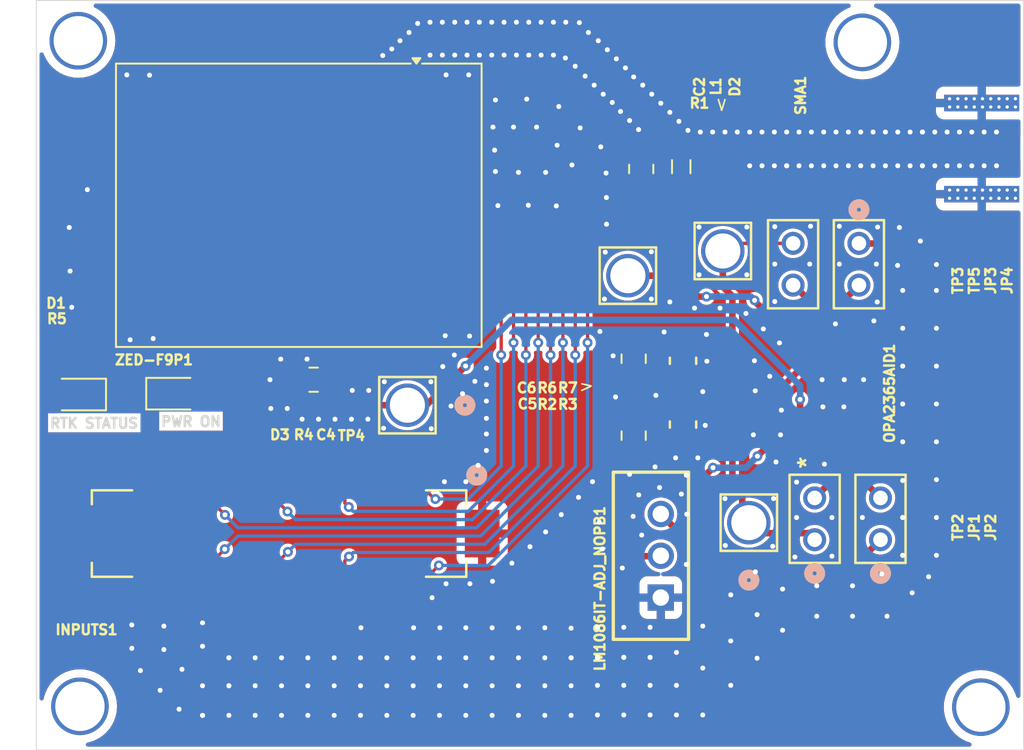
<source format=kicad_pcb>
(kicad_pcb (version 20240108) (generator "pcbnew") (generator_version "8.0")
  (layers (0 "F.Cu" signal) (31 "B.Cu" signal) (34 "B.Paste" user) (35 "F.Paste" user) (36 "B.SilkS" user "B.Silkscreen") (37 "F.SilkS" user "F.Silkscreen") (38 "B.Mask" user) (39 "F.Mask" user) (44 "Edge.Cuts" user))
  (net 0 "")
  (net 1 "/3v3_puce")
  (net 2 "GND")
  (net 3 "Net-(C2-Pad1)")
  (net 4 "/RF_IN")
  (net 5 "Net-(D1-A)")
  (net 6 "/I{slash}O ")
  (net 7 "/UART_RX")
  (net 8 "/I{slash}O_CLK_SELECT")
  (net 9 "/O_TX_STATE")
  (net 10 "/UART_TX")
  (net 11 "/I_D_Sel")
  (net 12 "/I_RESET")
  (net 13 "/TIMER")
  (net 14 "/12V")
  (net 15 "/3V3-jumper")
  (net 16 "/5V-jumper")
  (net 17 "/5v_antenne")
  (net 18 "/3V3-IN")
  (net 19 "/5V-IN")
  (net 20 "/jumper_3V_out")
  (net 21 "/jumper_5V_out")
  (net 22 "/pt div")
  (net 23 "Net-(D3-A)")
  (net 24 "Net-(ZED-F9P1-RTK_STAT)")
  (footprint "TestPoint:CONN1_5011_KEY" (layer "F.Cu") (at 42.55 43.05 180)
    (property "Reference" "TP4")
    (property "Value" "TestPoint")
  )
  (footprint "Connector:CON_1x02" (layer "F.Cu") (at 67.3 51.225 -90)
    (property "Reference" "JP1")
    (property "Value" "Jumper_2_Open")
  )
  (footprint "Inductor_SMD:L_0805_2012Metric" (layer "F.Cu") (at 59.19135 28.554 -90)
    (property "Reference" "L1")
    (property "Value" "0.01 µH")
  )
  (footprint "Capacitor_SMD:C_0805_2012Metric" (layer "F.Cu") (at 56.75925 28.693599 90)
    (property "Reference" "C2")
    (property "Value" "100nf")
  )
  (footprint "Connector:CON18_2X9_U_DF11_HIR" (layer "F.Cu") (at 34.750001 50.85 180)
    (property "Reference" "INPUTS1")
    (property "Value" "DF11-18DS-2DSA06")
  )
  (footprint "00_OPA2365:D8" (layer "F.Cu") (at 68.435 42.3407 90)
    (property "Reference" "OPA2365AID1")
    (property "Value" "~")
  )
  (footprint "Capacitor_SMD:C_0805_2012Metric" (layer "F.Cu") (at 56.3 40.225 -90)
    (property "Reference" "C6")
    (property "Value" "100nF")
  )
  (footprint "Connector:TAOGLAS_EMPCB.SMAFSTJ.B.HT" (layer "F.Cu") (at 77.45 27.455 -90)
    (property "Reference" "SMA1")
    (property "Value" "EMPCB.SMAFSTJ.B.HT")
  )
  (footprint "res_SMD_10kohm:YAG_R0805_YAG" (layer "F.Cu") (at 59.3 40.350299 90)
    (property "Reference" "R6")
    (property "Value" "10k")
  )
  (footprint "VIA:NPTH_test" (layer "F.Cu") (at 77.4 61.4)
    (property "Reference" "REF" (hide yes))
    (property "Value" "NPTH_test" (hide yes))
  )
  (footprint "Connector:CON_1x02" (layer "F.Cu") (at 69.98885 33.213849 90)
    (property "Reference" "JP4")
    (property "Value" "Jumper_2_Open")
  )
  (footprint "Diode_SMD:D_SOD-323" (layer "F.Cu") (at 61.48885 28.6165 -90)
    (property "Reference" "D2")
    (property "Value" "3.6")
  )
  (footprint "res_SMD_5.6kohm:RC0805N_YAG" (layer "F.Cu") (at 62.15 40.4231 -90)
    (property "Reference" "R7")
    (property "Value" "5.6k")
  )
  (footprint "TestPoint:CONN1_5011_KEY" (layer "F.Cu") (at 61.71885 33.67765 -90)
    (property "Reference" "TP5")
    (property "Value" "TestPoint")
  )
  (footprint "res_SMD_330ohm:RC0805N_YAG" (layer "F.Cu") (at 22.4519 39.75 180)
    (property "Reference" "R5")
    (property "Value" "330")
  )
  (footprint "VIA:NPTH_test" (layer "F.Cu") (at 22.55 20.9)
    (property "Reference" "REF" (hide yes))
    (property "Value" "NPTH_test" (hide yes))
  )
  (footprint "VIA:NPTH_test" (layer "F.Cu") (at 22.65 61.35)
    (property "Reference" "REF" (hide yes))
    (property "Value" "NPTH_test" (hide yes))
  )
  (footprint "Capacitor_SMD:C_0805_2012Metric" (layer "F.Cu") (at 56.3 44.9 90)
    (property "Reference" "C5")
    (property "Value" "100nF")
  )
  (footprint "TestPoint:CONN1_5011_KEY" (layer "F.Cu") (at 63.3 50.1888 90)
    (property "Reference" "TP2")
    (property "Value" "TestPoint")
  )
  (footprint "Connector:CON_1x02" (layer "F.Cu") (at 71.3 51.225 -90)
    (property "Reference" "JP2")
    (property "Value" "Jumper_2_Open")
  )
  (footprint "LED_SMD:LED_0805_2012Metric" (layer "F.Cu") (at 28.3625 42.35)
    (property "Reference" "D3")
    (property "Value" "LED_rouge")
  )
  (footprint "Connector:CON_1x02" (layer "F.Cu") (at 65.98885 33.213849 90)
    (property "Reference" "JP3")
    (property "Value" "Jumper_2_Open")
  )
  (footprint "res_SMD_330ohm:RC0805N_YAG" (layer "F.Cu") (at 32.0519 42.35)
    (property "Reference" "R4")
    (property "Value" "330")
  )
  (footprint "TestPoint:CONN1_5011_KEY" (layer "F.Cu") (at 55.95 35.17765 -90)
    (property "Reference" "TP3")
    (property "Value" "TestPoint")
  )
  (footprint "LM1086:NDE0003B" (layer "F.Cu") (at 57.95 52.2 90)
    (property "Reference" "LM1086IT-ADJ_NOPB1")
    (property "Value" "~")
  )
  (footprint "Capacitor_SMD:C_0805_2012Metric" (layer "F.Cu") (at 36.85 41.5)
    (property "Reference" "C4")
    (property "Value" "10µF")
  )
  (footprint "res_SMD_4.3kohm:RC0805N_YAG" (layer "F.Cu") (at 62.15 44.2231 90)
    (property "Reference" "R3")
    (property "Value" "3.9k")
  )
  (footprint "res_SMD_330ohm:RC0805N_YAG" (layer "F.Cu") (at 57.59325 31.804)
    (property "Reference" "R1")
    (property "Value" "10 Ohm")
  )
  (footprint "LED_SMD:LED_0805_2012Metric" (layer "F.Cu") (at 22.55 42.4 180)
    (property "Reference" "D1")
    (property "Value" "LED_rouge")
  )
  (footprint "RF_GPS:ublox_ZED" (layer "F.Cu") (at 35.95 30.9 -90)
    (property "Reference" "ZED-F9P1")
    (property "Value" "ZED-F9P")
  )
  (footprint "VIA:NPTH_test" (layer "F.Cu") (at 70.2 21)
    (property "Reference" "REF" (hide yes))
    (property "Value" "NPTH_test" (hide yes))
  )
  (footprint "res_SMD_10kohm:YAG_R0805_YAG" (layer "F.Cu") (at 59.3 44.225 -90)
    (property "Reference" "R2")
    (property "Value" "10k")
  )
  (gr_line (start 61.85 24.475) (end 61.65 25.125) (stroke (width 0.1)) (layer "F.SilkS"))
  (gr_line (start 61.65 25.125) (end 61.45 24.475) (stroke (width 0.1)) (layer "F.SilkS"))
  (gr_line (start 53.15 41.75) (end 53.7 41.875) (stroke (width 0.1)) (layer "F.SilkS"))
  (gr_line (start 53.7 41.9) (end 53.15 42.15) (stroke (width 0.1)) (layer "F.SilkS"))
  (gr_rect (start 20 18.45) (end 80 64) (stroke (width 0.05)) (fill none) (layer "Edge.Cuts"))
  (gr_text "RTK STATUS" (at 20.75 44.5 0) (layer "Edge.Cuts") (effects (font (size 0.6 0.6)) (justify left bottom)))
  (gr_text "PWR ON" (at 27.5 44.4 0) (layer "Edge.Cuts") (effects (font (size 0.6 0.6)) (justify left bottom)))
  (segment (start 35.6 38.6) (end 35.4 38.4) (width 0.4) (layer "F.Cu") (net 1))
  (segment (start 66.53 44.8045) (end 67.8 44.8045) (width 0.4) (layer "F.Cu") (net 1))
  (segment (start 42.55 43.05) (end 37.8 43.05) (width 0.4) (layer "F.Cu") (net 1))
  (segment (start 37.8 43.05) (end 36.25 43.05) (width 0.4) (layer "F.Cu") (net 1))
  (segment (start 35.4 38.4) (end 34.3 38.4) (width 0.4) (layer "F.Cu") (net 1))
  (segment (start 36.25 43.05) (end 35.55 42.35) (width 0.4) (layer "F.Cu") (net 1))
  (segment (start 35.55 42.35) (end 32.9 42.35) (width 0.4) (layer "F.Cu") (net 1))
  (segment (start 35.6 42.4) (end 35.6 38.6) (width 0.4) (layer "F.Cu") (net 1))
  (segment (start 36.25 43.05) (end 35.6 42.4) (width 0.4) (layer "F.Cu") (net 1))
  (segment (start 46.085 40.665) (end 43.7 43.05) (width 0.4) (layer "F.Cu") (net 1))
  (segment (start 43.7 43.05) (end 42.55 43.05) (width 0.4) (layer "F.Cu") (net 1))
  (segment (start 66.415 44.6895) (end 66.53 44.8045) (width 0.4) (layer "F.Cu") (net 1))
  (segment (start 66.415 42.7) (end 66.415 44.6895) (width 0.4) (layer "F.Cu") (net 1))
  (via (at 46.085 40.665) (size 0.6) (drill 0.3) (layers "F.Cu" "B.Cu") (net 1))
  (via (at 66.415 42.7) (size 0.6) (drill 0.3) (layers "F.Cu" "B.Cu") (net 1))
  (segment (start 66.415 41.865) (end 66.415 42.7) (width 0.4) (layer "B.Cu") (net 1))
  (segment (start 62.4165 37.8665) (end 66.415 41.865) (width 0.4) (layer "B.Cu") (net 1))
  (segment (start 48.8835 37.8665) (end 62.4165 37.8665) (width 0.4) (layer "B.Cu") (net 1))
  (segment (start 46.085 40.665) (end 48.8835 37.8665) (width 0.4) (layer "B.Cu") (net 1))
  (segment (start 30.7 23.100001) (end 30.7 23.4) (width 0.2) (layer "F.Cu") (net 2))
  (segment (start 39.75 38.65) (end 39.5 38.4) (width 0.2) (layer "F.Cu") (net 2))
  (via (at 59.5 47.3) (size 0.6) (drill 0.3) (layers "F.Cu" "B.Cu") (net 2))
  (via (at 74.7 40.675) (size 0.6) (drill 0.3) (layers "F.Cu" "B.Cu") (net 2))
  (via (at 39.725 56.575) (size 0.6) (drill 0.3) (layers "F.Cu" "B.Cu") (net 2))
  (via (at 49.3 61.9) (size 0.6) (drill 0.3) (layers "F.Cu" "B.Cu") (net 2))
  (via (at 77.6 28.5) (size 0.6) (drill 0.3) (layers "F.Cu" "B.Cu") (net 2))
  (via (at 60.5 42.225) (size 0.6) (drill 0.3) (layers "F.Cu" "B.Cu") (net 2))
  (via (at 72.35 26.45) (size 0.6) (drill 0.3) (layers "F.Cu" "B.Cu") (net 2))
  (via (at 50.9 56.575) (size 0.6) (drill 0.3) (layers "F.Cu" "B.Cu") (net 2))
  (via (at 52.5 60.1) (size 0.6) (drill 0.3) (layers "F.Cu" "B.Cu") (net 2))
  (via (at 44.8 47.7) (size 0.6) (drill 0.3) (layers "F.Cu" "B.Cu") (net 2))
  (via (at 57.3 58.375) (size 0.6) (drill 0.3) (layers "F.Cu" "B.Cu") (net 2))
  (via (at 60 37.15) (size 0.6) (drill 0.3) (layers "F.Cu" "B.Cu") (net 2))
  (via (at 42.925 56.575) (size 0.6) (drill 0.3) (layers "F.Cu" "B.Cu") (net 2))
  (via (at 53.9 23.6) (size 0.6) (drill 0.3) (layers "F.Cu" "B.Cu") (net 2))
  (via (at 79 29.975) (size 0.4) (drill 0.2) (layers "F.Cu" "B.Cu") (net 2))
  (via (at 45.9 42.35) (size 0.6) (drill 0.3) (layers "F.Cu" "B.Cu") (net 2))
  (via (at 31.7 60.1) (size 0.6) (drill 0.3) (layers "F.Cu" "B.Cu") (net 2))
  (via (at 42.1 20.9) (size 0.6) (drill 0.3) (layers "F.Cu" "B.Cu") (net 2))
  (via (at 54.4 51.785) (size 0.6) (drill 0.3) (layers "F.Cu" "B.Cu") (net 2))
  (via (at 54.1 58.375) (size 0.6) (drill 0.3) (layers "F.Cu" "B.Cu") (net 2))
  (via (at 67.892198 46.632961) (size 0.6) (drill 0.3) (layers "F.Cu" "B.Cu") (net 2))
  (via (at 41.6 21.4) (size 0.6) (drill 0.3) (layers "F.Cu" "B.Cu") (net 2))
  (via (at 60.5 59.025) (size 0.6) (drill 0.3) (layers "F.Cu" "B.Cu") (net 2))
  (via (at 54.65 32.05) (size 0.6) (drill 0.3) (layers "F.Cu" "B.Cu") (net 2))
  (via (at 42.9 60.1) (size 0.6) (drill 0.3) (layers "F.Cu" "B.Cu") (net 2))
  (via (at 66.1 52.275) (size 0.6) (drill 0.3) (layers "F.Cu" "B.Cu") (net 2))
  (via (at 55.7 58.375) (size 0.6) (drill 0.3) (layers "F.Cu" "B.Cu") (net 2))
  (via (at 68.6 26.45) (size 0.6) (drill 0.3) (layers "F.Cu" "B.Cu") (net 2))
  (via (at 49.3 60.1) (size 0.6) (drill 0.3) (layers "F.Cu" "B.Cu") (net 2))
  (via (at 23.1 29.95) (size 0.6) (drill 0.3) (layers "F.Cu" "B.Cu") (net 2))
  (via (at 44.525 56.575) (size 0.6) (drill 0.3) (layers "F.Cu" "B.Cu") (net 2))
  (via (at 43.925 21.775) (size 0.6) (drill 0.3) (layers "F.Cu" "B.Cu") (net 2))
  (via (at 41.3 58.4) (size 0.6) (drill 0.3) (layers "F.Cu" "B.Cu") (net 2))
  (via (at 72.65 45.275) (size 0.6) (drill 0.3) (layers "F.Cu" "B.Cu") (net 2))
  (via (at 57.375 36.6) (size 0.6) (drill 0.3) (layers "F.Cu" "B.Cu") (net 2))
  (via (at 30.1 57.7) (size 0.6) (drill 0.3) (layers "F.Cu" "B.Cu") (net 2))
  (via (at 77 30.475) (size 0.4) (drill 0.2) (layers "F.Cu" "B.Cu") (net 2))
  (via (at 47.35 41.8) (size 0.6) (drill 0.3) (layers "F.Cu" "B.Cu") (net 2))
  (via (at 43.925 19.775) (size 0.6) (drill 0.3) (layers "F.Cu" "B.Cu") (net 2))
  (via (at 34.9 60.1) (size 0.6) (drill 0.3) (layers "F.Cu" "B.Cu") (net 2))
  (via (at 52.5 58.4) (size 0.6) (drill 0.3) (layers "F.Cu" "B.Cu") (net 2))
  (via (at 50.4 26.15) (size 0.6) (drill 0.3) (layers "F.Cu" "B.Cu") (net 2))
  (via (at 54.1 56.55) (size 0.6) (drill 0.3) (layers "F.Cu" "B.Cu") (net 2))
  (via (at 46.925 19.775) (size 0.6) (drill 0.3) (layers "F.Cu" "B.Cu") (net 2))
  (via (at 61.55 37.15) (size 0.6) (drill 0.3) (layers "F.Cu" "B.Cu") (net 2))
  (via (at 58.85 46.25) (size 0.6) (drill 0.3) (layers "F.Cu" "B.Cu") (net 2))
  (via (at 56.05 47.25) (size 0.6) (drill 0.3) (layers "F.Cu" "B.Cu") (net 2))
  (via (at 48.425 19.775) (size 0.6) (drill 0.3) (layers "F.Cu" "B.Cu") (net 2))
  (via (at 44.675 21.775) (size 0.6) (drill 0.3) (layers "F.Cu" "B.Cu") (net 2))
  (via (at 46.925 21.775) (size 0.6) (drill 0.3) (layers "F.Cu" "B.Cu") (net 2))
  (via (at 76.1 28.5) (size 0.6) (drill 0.3) (layers "F.Cu" "B.Cu") (net 2))
  (via (at 47.721324 53.75) (size 0.6) (drill 0.3) (layers "F.Cu" "B.Cu") (net 2))
  (via (at 31.7 60.1) (size 0.6) (drill 0.3) (layers "F.Cu" "B.Cu") (net 2))
  (via (at 64.1 26.45) (size 0.6) (drill 0.3) (layers "F.Cu" "B.Cu") (net 2))
  (via (at 74.7 36.075) (size 0.6) (drill 0.3) (layers "F.Cu" "B.Cu") (net 2))
  (via (at 58.9 58.075) (size 0.6) (drill 0.3) (layers "F.Cu" "B.Cu") (net 2))
  (via (at 77 29.975) (size 0.4) (drill 0.2) (layers "F.Cu" "B.Cu") (net 2))
  (via (at 67.8 43.15) (size 0.6) (drill 0.3) (layers "F.Cu" "B.Cu") (net 2))
  (via (at 57.875 48.055) (size 0.6) (drill 0.3) (layers "F.Cu" "B.Cu") (net 2))
  (via (at 57.4 24.15) (size 0.6) (drill 0.3) (layers "F.Cu" "B.Cu") (net 2))
  (via (at 53.8 47.7) (size 0.6) (drill 0.3) (layers "F.Cu" "B.Cu") (net 2))
  (via (at 77.5 24.925) (size 0.4) (drill 0.2) (layers "F.Cu" "B.Cu") (net 2))
  (via (at 44.5 61.9) (size 0.6) (drill 0.3) (layers "F.Cu" "B.Cu") (net 2))
  (via (at 73.85 28.5) (size 0.6) (drill 0.3) (layers "F.Cu" "B.Cu") (net 2))
  (via (at 72.65 40.675) (size 0.6) (drill 0.3) (layers "F.Cu" "B.Cu") (net 2))
  (via (at 25.8 56.4) (size 0.6) (drill 0.3) (layers "F.Cu" "B.Cu") (net 2))
  (via (at 27.75 56.475) (size 0.6) (drill 0.3) (layers "F.Cu" "B.Cu") (net 2))
  (via (at 62.2 57.375) (size 0.6) (drill 0.3) (layers "F.Cu" "B.Cu") (net 2))
  (via (at 51.425 19.775) (size 0.6) (drill 0.3) (layers "F.Cu" "B.Cu") (net 2))
  (via (at 63.8 58.425) (size 0.6) (drill 0.3) (layers "F.Cu" "B.Cu") (net 2))
  (via (at 56.27 49.805) (size 0.6) (drill 0.3) (layers "F.Cu" "B.Cu") (net 2))
  (via (at 57.375 33.725) (size 0.6) (drill 0.3) (layers "F.Cu" "B.Cu") (net 2))
  (via (at 54.15 20.9) (size 0.6) (drill 0.3) (layers "F.Cu" "B.Cu") (net 2))
  (via (at 46.175 19.775) (size 0.6) (drill 0.3) (layers "F.Cu" "B.Cu") (net 2))
  (via (at 52.55 28.45) (size 0.6) (drill 0.3) (layers "F.Cu" "B.Cu") (net 2))
  (via (at 44.7 40.7) (size 0.6) (drill 0.3) (layers "F.Cu" "B.Cu") (net 2))
  (via (at 26.325 59.175) (size 0.6) (drill 0.3) (layers "F.Cu" "B.Cu") (net 2))
  (via (at 58.9 61.875) (size 0.6) (drill 0.3) (layers "F.Cu" "B.Cu") (net 2))
  (via (at 57.3 60.075) (size 0.6) (drill 0.3) (layers "F.Cu" "B.Cu") (net 2))
  (via (at 36.5 60.1) (size 0.6) (drill 0.3) (layers "F.Cu" "B.Cu") (net 2))
  (via (at 73.725 33.075) (size 0.6) (drill 0.3) (layers "F.Cu" "B.Cu") (net 2))
  (via (at 68.35 52.225) (size 0.6) (drill 0.3) (layers "F.Cu" "B.Cu") (net 2))
  (via (at 75.5 24.925) (size 0.4) (drill 0.2) (layers "F.Cu" "B.Cu") (net 2))
  (via (at 30.1 56.275) (size 0.6) (drill 0.3) (layers "F.Cu" "B.Cu") (net 2))
  (via (at 56.61 48.505) (size 0.6) (drill 0.3) (layers "F.Cu" "B.Cu") (net 2))
  (via (at 74.225 53.475) (size 0.6) (drill 0.3) (layers "F.Cu" "B.Cu") (net 2))
  (via (at 22 32.25) (size 0.6) (drill 0.3) (layers "F.Cu" "B.Cu") (net 2))
  (via (at 52.175 19.775) (size 0.6) (drill 0.3) (layers "F.Cu" "B.Cu") (net 2))
  (via (at 64.875 32.2) (size 0.6) (drill 0.3) (layers "F.Cu" "B.Cu") (net 2))
  (via (at 71.6 26.45) (size 0.6) (drill 0.3) (layers "F.Cu" "B.Cu") (net 2))
  (via (at 55.61 52.945) (size 0.6) (drill 0.3) (layers "F.Cu" "B.Cu") (net 2))
  (via (at 55.5 25.2) (size 0.6) (drill 0.3) (layers "F.Cu" "B.Cu") (net 2))
  (via (at 76.5 24.925) (size 0.4) (drill 0.2) (layers "F.Cu" "B.Cu") (net 2))
  (via (at 63.125 37.475) (size 0.6) (drill 0.3) (layers "F.Cu" "B.Cu") (net 2))
  (via (at 77.5 24.425) (size 0.4) (drill 0.2) (layers "F.Cu" "B.Cu") (net 2))
  (via (at 65.6 26.45) (size 0.6) (drill 0.3) (layers "F.Cu" "B.Cu") (net 2))
  (via (at 78.5 30.475) (size 0.4) (drill 0.2) (layers "F.Cu" "B.Cu") (net 2))
  (via (at 45.425 19.775) (size 0.6) (drill 0.3) (layers "F.Cu" "B.Cu") (net 2))
  (via (at 25.8 57.825) (size 0.6) (drill 0.3) (layers "F.Cu" "B.Cu") (net 2))
  (via (at 47.35 42.8) (size 0.6) (drill 0.3) (layers "F.Cu" "B.Cu") (net 2))
  (via (at 76.5 24.425) (size 0.4) (drill 0.2) (layers "F.Cu" "B.Cu") (net 2))
  (via (at 66.2 49.875) (size 0.6) (drill 0.3) (layers "F.Cu" "B.Cu") (net 2))
  (via (at 47.35 43.85) (size 0.6) (drill 0.3) (layers "F.Cu" "B.Cu") (net 2))
  (via (at 54.7 21.45) (size 0.6) (drill 0.3) (layers "F.Cu" "B.Cu") (net 2))
  (via (at 54.525 36.6) (size 0.6) (drill 0.3) (layers "F.Cu" "B.Cu") (net 2))
  (via (at 72.35 28.5) (size 0.6) (drill 0.3) (layers "F.Cu" "B.Cu") (net 2))
  (via (at 54.1 58.375) (size 0.6) (drill 0.3) (layers "F.Cu" "B.Cu") (net 2))
  (via (at 78.5 29.975) (size 0.4) (drill 0.2) (layers "F.Cu" "B.Cu") (net 2))
  (via (at 62.2 60.075) (size 0.6) (drill 0.3) (layers "F.Cu" "B.Cu") (net 2))
  (via (at 44.9 53.9) (size 0.6) (drill 0.3) (layers "F.Cu" "B.Cu") (net 2))
  (via (at 72.65 47.625) (size 0.6) (drill 0.3) (layers "F.Cu" "B.Cu") (net 2))
  (via (at 46.1 56.575) (size 0.6) (drill 0.3) (layers "F.Cu" "B.Cu") (net 2))
  (via (at 74.7 42.975) (size 0.6) (drill 0.3) (layers "F.Cu" "B.Cu") (net 2))
  (via (at 58.5 25.25) (size 0.6) (drill 0.3) (layers "F.Cu" "B.Cu") (net 2))
  (via (at 61.1 26.45) (size 0.6) (drill 0.3) (layers "F.Cu" "B.Cu") (net 2))
  (via (at 60.35 26.45) (size 0.6) (drill 0.3) (layers "F.Cu" "B.Cu") (net 2))
  (via (at 60.725 38.75) (size 0.6) (drill 0.3) (layers "F.Cu" "B.Cu") (net 2))
  (via (at 75.5 29.975) (size 0.4) (drill 0.2) (layers "F.Cu" "B.Cu") (net 2))
  (via (at 53 19.8) (size 0.6) (drill 0.3) (layers "F.Cu" "B.Cu") (net 2))
  (via (at 73.225 54.45) (size 0.6) (drill 0.3) (layers "F.Cu" "B.Cu") (net 2))
  (via (at 39.2 42.15) (size 0.6) (drill 0.3) (layers "F.Cu" "B.Cu") (net 2))
  (via (at 42.9 58.4) (size 0.6) (drill 0.3) (layers "F.Cu" "B.Cu") (net 2))
  (via (at 61.85 26.45) (size 0.6) (drill 0.3) (layers "F.Cu" "B.Cu") (net 2))
  (via (at 46.275 22.975) (size 0.6) (drill 0.3) (layers "F.Cu" "B.Cu") (net 2))
  (via (at 55.8 22.55) (size 0.6) (drill 0.3) (layers "F.Cu" "B.Cu") (net 2))
  (via (at 69.6 54.025) (size 0.6) (drill 0.3) (layers "F.Cu" "B.Cu") (net 2))
  (via (at 65.35 54.225) (size 0.6) (drill 0.3) (layers "F.Cu" "B.Cu") (net 2))
  (via (at 41.05 21.8) (size 0.6) (drill 0.3) (layers "F.Cu" "B.Cu") (net 2))
  (via (at 67.1 26.45) (size 0.6) (drill 0.3) (layers "F.Cu" "B.Cu") (net 2))
  (via (at 78.5 24.425) (size 0.4) (drill 0.2) (layers "F.Cu" "B.Cu") (net 2))
  (via (at 45.2 43.1) (size 0.6) (drill 0.3) (layers "F.Cu" "B.Cu") (net 2))
  (via (at 71.375 53.3) (size 0.6) (drill 0.3) (layers "F.Cu" "B.Cu") (net 2))
  (via (at 74.7 49.875) (size 0.6) (drill 0.3) (layers "F.Cu" "B.Cu") (net 2))
  (via (at 59.5 52.725) (size 0.6) (drill 0.3) (layers "F.Cu" "B.Cu") (net 2))
  (via (at 67.75 41.5) (size 0.6) (drill 0.3) (layers "F.Cu" "B.Cu") (net 2))
  (via (at 59.6 26.35) (size 0.6) (drill 0.3) (layers "F.Cu" "B.Cu") (net 2))
  (via (at 40.2 42.15) (size 0.6) (drill 0.3) (layers "F.Cu" "B.Cu") (net 2))
  (via (at 72.65 52.175) (size 0.6) (drill 0.3) (layers "F.Cu" "B.Cu") (net 2))
  (via (at 55.7 60.075) (size 0.6) (drill 0.3) (layers "F.Cu" "B.Cu") (net 2))
  (via (at 42.65 20.4) (size 0.6) (drill 0.3) (layers "F.Cu" "B.Cu") (net 2))
  (via (at 31.7 58.4) (size 0.6) (drill 0.3) (layers "F.Cu" "B.Cu") (net 2))
  (via (at 55.7 56.55) (size 0.6) (drill 0.3) (layers "F.Cu" "B.Cu") (net 2))
  (via (at 44.675 19.775) (size 0.6) (drill 0.3) (layers "F.Cu" "B.Cu") (net 2))
  (via (at 43.975 41.625) (size 0.6) (drill 0.3) (layers "F.Cu" "B.Cu") (net 2))
  (via (at 56.6 26.3) (size 0.6) (drill 0.3) (layers "F.Cu" "B.Cu") (net 2))
  (via (at 51.6 30.94) (size 0.6) (drill 0.3) (layers "F.Cu" "B.Cu") (net 2))
  (via (at 77 24.425) (size 0.4) (drill 0.2) (layers "F.Cu" "B.Cu") (net 2))
  (via (at 70.85 26.45) (size 0.6) (drill 0.3) (layers "F.Cu" "B.Cu") (net 2))
  (via (at 50.9 61.9) (size 0.6) (drill 0.3) (layers "F.Cu" "B.Cu") (net 2))
  (via (at 55.05 40.05) (size 0.6) (drill 0.3) (layers "F.Cu" "B.Cu") (net 2))
  (via (at 59.525 49.675) (size 0.6) (drill 0.3) (layers "F.Cu" "B.Cu") (net 2))
  (via (at 77.5 30.475) (size 0.4) (drill 0.2) (layers "F.Cu" "B.Cu") (net 2))
  (via (at 72.65 49.875) (size 0.6) (drill 0.3) (layers "F.Cu" "B.Cu") (net 2))
  (via (at 64.85 26.45) (size 0.6) (drill 0.3) (layers "F.Cu" "B.Cu") (net 2))
  (via (at 30.1 61.9) (size 0.6) (drill 0.3) (layers "F.Cu" "B.Cu") (net 2))
  (via (at 28.675 61.525) (size 0.6) (drill 0.3) (layers "F.Cu" "B.Cu") (net 2))
  (via (at 64.75 51.625) (size 0.6) (drill 0.3) (layers "F.Cu" "B.Cu") (net 2))
  (via (at 40.15 43.9) (size 0.6) (drill 0.3) (layers "F.Cu" "B.Cu") (net 2))
  (via (at 76 29.975) (size 0.4) (drill 0.2) (layers "F.Cu" "B.Cu") (net 2))
  (via (at 46.1 61.9) (size 0.6) (drill 0.3) (layers "F.Cu" "B.Cu") (net 2))
  (via (at 27.1 39) (size 0.6) (drill 0.3) (layers "F.Cu" "B.Cu") (net 2))
  (via (at 34.2 41.5) (size 0.6) (drill 0.3) (layers "F.Cu" "B.Cu") (net 2))
  (via (at 73.1 26.45) (size 0.6) (drill 0.3) (layers "F.Cu" "B.Cu") (net 2))
  (via (at 78.35 28.5) (size 0.6) (drill 0.3) (layers "F.Cu" "B.Cu") (net 2))
  (via (at 64.1 28.5) (size 0.6) (drill 0.3) (layers "F.Cu" "B.Cu") (net 2))
  (via (at 47.9 28.85) (size 0.6) (drill 0.3) (layers "F.Cu" "B.Cu") (net 2))
  (via (at 70.2 49.875) (size 0.6) (drill 0.3) (layers "F.Cu" "B.Cu") (net 2))
  (via (at 43.175 19.85) (size 0.6) (drill 0.3) (layers "F.Cu" "B.Cu") (net 2))
  (via (at 47.675 21.775) (size 0.6) (drill 0.3) (layers "F.Cu" "B.Cu") (net 2))
  (via (at 27.525 60.375) (size 0.6) (drill 0.3) (layers "F.Cu" "B.Cu") (net 2))
  (via (at 51.425 21.775) (size 0.6) (drill 0.3) (layers "F.Cu" "B.Cu") (net 2))
  (via (at 73.85 26.45) (size 0.6) (drill 0.3) (layers "F.Cu" "B.Cu") (net 2))
  (via (at 56.3 23.1) (size 0.6) (drill 0.3) (layers "F.Cu" "B.Cu") (net 2))
  (via (at 71.05 34.475) (size 0.6) (drill 0.3) (layers "F.Cu" "B.Cu") (net 2))
  (via (at 69.1 41.5) (size 0.6) (drill 0.3) (layers "F.Cu" "B.Cu") (net 2))
  (via (at 38.1 60.1) (size 0.6) (drill 0.3) (layers "F.Cu" "B.Cu") (net 2))
  (via (at 63.175 35.125) (size 0.6) (drill 0.3) (layers "F.Cu" "B.Cu") (net 2))
  (via (at 73.1 28.5) (size 0.6) (drill 0.3) (layers "F.Cu" "B.Cu") (net 2))
  (via (at 49.3 28.9) (size 0.6) (drill 0.3) (layers "F.Cu" "B.Cu") (net 2))
  (via (at 34.9 61.9) (size 0.6) (drill 0.3) (layers "F.Cu" "B.Cu") (net 2))
  (via (at 54.575 33.75) (size 0.6) (drill 0.3) (layers "F.Cu" "B.Cu") (net 2))
  (via (at 70.275 41.5) (size 0.6) (drill 0.3) (layers "F.Cu" "B.Cu") (net 2))
  (via (at 22.05 34.9) (size 0.6) (drill 0.3) (layers "F.Cu" "B.Cu") (net 2))
  (via (at 74.7 47.575) (size 0.6) (drill 0.3) (layers "F.Cu" "B.Cu") (net 2))
  (via (at 60.275 32.225) (size 0.6) (drill 0.3) (layers "F.Cu" "B.Cu") (net 2))
  (via (at 47.35 40.8) (size 0.6) (drill 0.3) (layers "F.Cu" "B.Cu") (net 2))
  (via (at 54.622429 28.943753) (size 0.6) (drill 0.3) (layers "F.Cu" "B.Cu") (net 2))
  (via (at 41.3 60.1) (size 0.6) (drill 0.3) (layers "F.Cu" "B.Cu") (net 2))
  (via (at 49 26.15) (size 0.6) (drill 0.3) (layers "F.Cu" "B.Cu") (net 2))
  (via (at 56.85 23.6) (size 0.6) (drill 0.3) (layers "F.Cu" "B.Cu") (net 2))
  (via (at 55 24.65) (size 0.6) (drill 0.3) (layers "F.Cu" "B.Cu") (net 2))
  (via (at 75.5 24.425) (size 0.4) (drill 0.2) (layers "F.Cu" "B.Cu") (net 2))
  (via (at 71.125 32.225) (size 0.6) (drill 0.3) (layers "F.Cu" "B.Cu") (net 2))
  (via (at 26.878964 22.995703) (size 0.6) (drill 0.3) (layers "F.Cu" "B.Cu") (net 2))
  (via (at 60.5 61.875) (size 0.6) (drill 0.3) (layers "F.Cu" "B.Cu") (net 2))
  (via (at 65.6 28.5) (size 0.6) (drill 0.3) (layers "F.Cu" "B.Cu") (net 2))
  (via (at 49.9 30.9) (size 0.6) (drill 0.3) (layers "F.Cu" "B.Cu") (net 2))
  (via (at 36.5 58.4) (size 0.6) (drill 0.3) (layers "F.Cu" "B.Cu") (net 2))
  (via (at 46.175 21.775) (size 0.6) (drill 0.3) (layers "F.Cu" "B.Cu") (net 2))
  (via (at 72.65 38.375) (size 0.6) (drill 0.3) (layers "F.Cu" "B.Cu") (net 2))
  (via (at 52.5 58.4) (size 0.6) (drill 0.3) (layers "F.Cu" "B.Cu") (net 2))
  (via (at 63.35 28.5) (size 0.6) (drill 0.3) (layers "F.Cu" "B.Cu") (net 2))
  (via (at 33.3 58.4) (size 0.6) (drill 0.3) (layers "F.Cu" "B.Cu") (net 2))
  (via (at 55.7 58.375) (size 0.6) (drill 0.3) (layers "F.Cu" "B.Cu") (net 2))
  (via (at 76 30.475) (size 0.4) (drill 0.2) (layers "F.Cu" "B.Cu") (net 2))
  (via (at 52.5 56.6) (size 0.6) (drill 0.3) (layers "F.Cu" "B.Cu") (net 2))
  (via (at 65.225 44.85) (size 0.6) (drill 0.3) (layers "F.Cu" "B.Cu") (net 2))
  (via (at 45.4 40) (size 0.6) (drill 0.3) (layers "F.Cu" "B.Cu") (net 2))
  (via (at 48.05 30.92) (size 0.6) (drill 0.3) (layers "F.Cu" "B.Cu") (net 2))
  (via (at 78 29.975) (size 0.4) (drill 0.2) (layers "F.Cu" "B.Cu") (net 2))
  (via (at 71.6 28.5) (size 0.6) (drill 0.3) (layers "F.Cu" "B.Cu") (net 2))
  (via (at 33.3 60.1) (size 0.6) (drill 0.3) (layers "F.Cu" "B.Cu") (net 2))
  (via (at 61.85 48.725) (size 0.6) (drill 0.3) (layers "F.Cu" "B.Cu") (net 2))
  (via (at 46.35 53.9) (size 0.6) (drill 0.3) (layers "F.Cu" "B.Cu") (net 2))
  (via (at 63.8 55.775) (size 0.6) (drill 0.3) (layers "F.Cu" "B.Cu") (net 2))
  (via (at 67.05 32.175) (size 0.6) (drill 0.3) (layers "F.Cu" "B.Cu") (net 2))
  (via (at 53.05 26.2) (size 0.6) (drill 0.3) (layers "F.Cu" "B.Cu") (net 2))
  (via (at 70.1 28.5) (size 0.6) (drill 0.3) (layers "F.Cu" "B.Cu") (net 2))
  (via (at 79 24.925) (size 0.4) (drill 0.2) (layers "F.Cu" "B.Cu") (net 2))
  (via (at 54.1 61.875) (size 0.6) (drill 0.3) (layers "F.Cu" "B.Cu") (net 2))
  (via (at 39.7 60.1) (size 0.6) (drill 0.3) (layers "F.Cu" "B.Cu") (net 2))
  (via (at 50.9 60.1) (size 0.6) (drill 0.3) (layers "F.Cu" "B.Cu") (net 2))
  (via (at 41.15 41.625) (size 0.6) (drill 0.3) (layers "F.Cu" "B.Cu") (net 2))
  (via (at 46.85 46.7) (size 0.6) (drill 0.3) (layers "F.Cu" "B.Cu") (net 2))
  (via (at 73.85 26.45) (size 0.6) (drill 0.3) (layers "F.Cu" "B.Cu") (net 2))
  (via (at 79 24.425) (size 0.4) (drill 0.2) (layers "F.Cu" "B.Cu") (net 2))
  (via (at 71.7 55.875) (size 0.6) (drill 0.3) (layers "F.Cu" "B.Cu") (net 2))
  (via (at 54.3 27.35) (size 0.6) (drill 0.3) (layers "F.Cu" "B.Cu") (net 2))
  (via (at 49.175 21.775) (size 0.6) (drill 0.3) (layers "F.Cu" "B.Cu") (net 2))
  (via (at 79.5 29.975) (size 0.4) (drill 0.2) (layers "F.Cu" "B.Cu") (net 2))
  (via (at 74.7 45.275) (size 0.6) (drill 0.3) (layers "F.Cu" "B.Cu") (net 2))
  (via (at 25.7 39.075) (size 0.6) (drill 0.3) (layers "F.Cu" "B.Cu") (net 2))
  (via (at 47.7 58.4) (size 0.6) (drill 0.3) (layers "F.Cu" "B.Cu") (net 2))
  (via (at 70.85 28.5) (size 0.6) (drill 0.3) (layers "F.Cu" "B.Cu") (net 2))
  (via (at 57.6 46.8) (size 0.6) (drill 0.3) (layers "F.Cu" "B.Cu") (net 2))
  (via (at 51.65 27.25) (size 0.6) (drill 0.3) (layers "F.Cu" "B.Cu") (net 2))
  (via (at 31.7 58.4) (size 0.6) (drill 0.3) (layers "F.Cu" "B.Cu") (net 2))
  (via (at 57.3 58.375) (size 0.6) (drill 0.3) (layers "F.Cu" "B.Cu") (net 2))
  (via (at 64.8 48.725) (size 0.6) (drill 0.3) (layers "F.Cu" "B.Cu") (net 2))
  (via (at 55.2 42.55) (size 0.6) (drill 0.3) (layers "F.Cu" "B.Cu") (net 2))
  (via (at 67.85 26.45) (size 0.6) (drill 0.3) (layers "F.Cu" "B.Cu") (net 2))
  (via (at 52.5 61.9) (size 0.6) (drill 0.3) (layers "F.Cu" "B.Cu") (net 2))
  (via (at 68.6 28.5) (size 0.6) (drill 0.3) (layers "F.Cu" "B.Cu") (net 2))
  (via (at 35.25 43.25) (size 0.6) (drill 0.3) (layers "F.Cu" "B.Cu") (net 2))
  (via (at 68.35 49.875) (size 0.6) (drill 0.3) (layers "F.Cu" "B.Cu") (net 2))
  (via (at 64.875 36.75) (size 0.6) (drill 0.3) (layers "F.Cu" "B.Cu") (net 2))
  (via (at 75.35 26.45) (size 0.6) (drill 0.3) (layers "F.Cu" "B.Cu") (net 2))
  (via (at 46.325 38.85) (size 0.6) (drill 0.3) (layers "F.Cu" "B.Cu") (net 2))
  (via (at 57.95 24.7) (size 0.6) (drill 0.3) (layers "F.Cu" "B.Cu") (net 2))
  (via (at 30.1 61.9) (size 0.6) (drill 0.3) (layers "F.Cu" "B.Cu") (net 2))
  (via (at 67 34.475) (size 0.6) (drill 0.3) (layers "F.Cu" "B.Cu") (net 2))
  (via (at 31.7 61.9) (size 0.6) (drill 0.3) (layers "F.Cu" "B.Cu") (net 2))
  (via (at 76.5 30.475) (size 0.4) (drill 0.2) (layers "F.Cu" "B.Cu") (net 2))
  (via (at 76 24.925) (size 0.4) (drill 0.2) (layers "F.Cu" "B.Cu") (net 2))
  (via (at 69.075 43.15) (size 0.6) (drill 0.3) (layers "F.Cu" "B.Cu") (net 2))
  (via (at 63.7 53.175) (size 0.6) (drill 0.3) (layers "F.Cu" "B.Cu") (net 2))
  (via (at 46.65 41.6) (size 0.6) (drill 0.3) (layers "F.Cu" "B.Cu") (net 2))
  (via (at 41.3 61.9) (size 0.6) (drill 0.3) (layers "F.Cu" "B.Cu") (net 2))
  (via (at 65.16 39.265) (size 0.6) (drill 0.3) (layers "F.Cu" "B.Cu") (net 2))
  (via (at 41.1 44.45) (size 0.6) (drill 0.3) (layers "F.Cu" "B.Cu") (net 2))
  (via (at 78.5 24.925) (size 0.4) (drill 0.2) (layers "F.Cu" "B.Cu") (net 2))
  (via (at 75.35 28.5) (size 0.6) (drill 0.3) (layers "F.Cu" "B.Cu") (net 2))
  (via (at 63.35 26.45) (size 0.6) (drill 0.3) (layers "F.Cu" "B.Cu") (net 2))
  (via (at 48.9 52.65) (size 0.6) (drill 0.3) (layers "F.Cu" "B.Cu") (net 2))
  (via (at 37.15 43.9) (size 0.6) (drill 0.3) (layers "F.Cu" "B.Cu") (net 2))
  (via (at 36.5 61.9) (size 0.6) (drill 0.3) (layers "F.Cu" "B.Cu") (net 2))
  (via (at 36.45 40.25) (size 0.6) (drill 0.3) (layers "F.Cu" "B.Cu") (net 2))
  (via (at 75.5 30.475) (size 0.4) (drill 0.2) (layers "F.Cu" "B.Cu") (net 2))
  (via (at 52.95 48.65) (size 0.6) (drill 0.3) (layers "F.Cu" "B.Cu") (net 2))
  (via (at 47.35 44.8) (size 0.6) (drill 0.3) (layers "F.Cu" "B.Cu") (net 2))
  (via (at 56.05 25.75) (size 0.6) (drill 0.3) (layers "F.Cu" "B.Cu") (net 2))
  (via (at 50.675 21.775) (size 0.6) (drill 0.3) (layers "F.Cu" "B.Cu") (net 2))
  (via (at 78 24.925) (size 0.4) (drill 0.2) (layers "F.Cu" "B.Cu") (net 2))
  (via (at 78.35 26.45) (size 0.6) (drill 0.3) (layers "F.Cu" "B.Cu") (net 2))
  (via (at 70.1 26.45) (size 0.6) (drill 0.3) (layers "F.Cu" "B.Cu") (net 2))
  (via (at 42.9 61.9) (size 0.6) (drill 0.3) (layers "F.Cu" "B.Cu") (net 2))
  (via (at 60.275 35.125) (size 0.6) (drill 0.3) (layers "F.Cu" "B.Cu") (net 2))
  (via (at 44 44.475) (size 0.6) (drill 0.3) (layers "F.Cu" "B.Cu") (net 2))
  (via (at 56.79 50.945) (size 0.6) (drill 0.3) (layers "F.Cu" "B.Cu") (net 2))
  (via (at 60.5 56.475) (size 0.6) (drill 0.3) (layers "F.Cu" "B.Cu") (net 2))
  (via (at 36.15 43.9) (size 0.6) (drill 0.3) (layers "F.Cu" "B.Cu") (net 2))
  (via (at 74.7 34.5) (size 0.6) (drill 0.3) (layers "F.Cu" "B.Cu") (net 2))
  (via (at 74.6 26.45) (size 0.6) (drill 0.3) (layers "F.Cu" "B.Cu") (net 2))
  (via (at 46.1 60.1) (size 0.6) (drill 0.3) (layers "F.Cu" "B.Cu") (net 2))
  (via (at 54.45 24.15) (size 0.6) (drill 0.3) (layers "F.Cu" "B.Cu") (net 2))
  (via (at 65.275 43.35) (size 0.6) (drill 0.3) (layers "F.Cu" "B.Cu") (net 2))
  (via (at 78.5 29.975) (size 0.4) (drill 0.2) (layers "F.Cu" "B.Cu") (net 2))
  (via (at 47.9 24.5) (size 0.6) (drill 0.3) (layers "F.Cu" "B.Cu") (net 2))
  (via (at 59.05 25.8) (size 0.6) (drill 0.3) (layers "F.Cu" "B.Cu") (net 2))
  (via (at 60.2 46.25) (size 0.6) (drill 0.3) (layers "F.Cu" "B.Cu") (net 2))
  (via (at 76 24.425) (size 0.4) (drill 0.2) (layers "F.Cu" "B.Cu") (net 2))
  (via (at 67.85 28.5) (size 0.6) (drill 0.3) (layers "F.Cu" "B.Cu") (net 2))
  (via (at 28.85 59.1) (size 0.6) (drill 0.3) (layers "F.Cu" "B.Cu") (net 2))
  (via (at 45.425 21.775) (size 0.6) (drill 0.3) (layers "F.Cu" "B.Cu") (net 2))
  (via (at 77 24.925) (size 0.4) (drill 0.2) (layers "F.Cu" "B.Cu") (net 2))
  (via (at 48.425 21.775) (size 0.6) (drill 0.3) (layers "F.Cu" "B.Cu") (net 2))
  (via (at 64.57 41.295) (size 0.6) (drill 0.3) (layers "F.Cu" "B.Cu") (net 2))
  (via (at 66.35 28.5) (size 0.6) (drill 0.3) (layers "F.Cu" "B.Cu") (net 2))
  (via (at 64.18 38.415) (size 0.6) (drill 0.3) (layers "F.Cu" "B.Cu") (net 2))
  (via (at 49.3 58.4) (size 0.6) (drill 0.3) (layers "F.Cu" "B.Cu") (net 2))
  (via (at 51.75 24.9) (size 0.6) (drill 0.3) (layers "F.Cu" "B.Cu") (net 2))
  (via (at 47.7 56.575) (size 0.6) (drill 0.3) (layers "F.Cu" "B.Cu") (net 2))
  (via (at 30.1 60.1) (size 0.6) (drill 0.3) (layers "F.Cu" "B.Cu") (net 2))
  (via (at 69.35 28.5) (size 0.6) (drill 0.3) (layers "F.Cu" "B.Cu") (net 2))
  (via (at 50.675 19.775) (size 0.6) (drill 0.3) (layers "F.Cu" "B.Cu") (net 2))
  (via (at 44.05 54.75) (size 0.6) (drill 0.3) (layers "F.Cu" "B.Cu") (net 2))
  (via (at 72.65 42.975) (size 0.6) (drill 0.3) (layers "F.Cu" "B.Cu") (net 2))
  (via (at 58.5 36.775) (size 0.6) (drill 0.3) (layers "F.Cu" "B.Cu") (net 2))
  (via (at 49.925 19.775) (size 0.6) (drill 0.3) (layers "F.Cu" "B.Cu") (net 2))
  (via (at 79.5 24.925) (size 0.4) (drill 0.2) (layers "F.Cu" "B.Cu") (net 2))
  (via (at 62.6 26.45) (size 0.6) (drill 0.3) (layers "F.Cu" "B.Cu") (net 2))
  (via (at 34.25 43.25) (size 0.6) (drill 0.3) (layers "F.Cu" "B.Cu") (net 2))
  (via (at 65.6 28.5) (size 0.6) (drill 0.3) (layers "F.Cu" "B.Cu") (net 2))
  (via (at 76.85 28.5) (size 0.6) (drill 0.3) (layers "F.Cu" "B.Cu") (net 2))
  (via (at 49.3 56.575) (size 0.6) (drill 0.3) (layers "F.Cu" "B.Cu") (net 2))
  (via (at 47.75 26.15) (size 0.6) (drill 0.3) (layers "F.Cu" "B.Cu") (net 2))
  (via (at 49.925 21.775) (size 0.6) (drill 0.3) (layers "F.Cu" "B.Cu") (net 2))
  (via (at 47.35 45.8) (size 0.6) (drill 0.3) (layers "F.Cu" "B.Cu") (net 2))
  (via (at 69.6 55.875) (size 0.6) (drill 0.3) (layers "F.Cu" "B.Cu") (net 2))
  (via (at 39.7 58.4) (size 0.6) (drill 0.3) (layers "F.Cu" "B.Cu") (net 2))
  (via (at 67.425 55.875) (size 0.6) (drill 0.3) (layers "F.Cu" "B.Cu") (net 2))
  (via (at 58.9 60.075) (size 0.6) (drill 0.3) (layers "F.Cu" "B.Cu") (net 2))
  (via (at 64.85 28.5) (size 0.6) (drill 0.3) (layers "F.Cu" "B.Cu") (net 2))
  (via (at 60.75 40.375) (size 0.6) (drill 0.3) (layers "F.Cu" "B.Cu") (net 2))
  (via (at 68.8 32.175) (size 0.6) (drill 0.3) (layers "F.Cu" "B.Cu") (net 2))
  (via (at 63.69 42.175) (size 0.6) (drill 0.3) (layers "F.Cu" "B.Cu") (net 2))
  (via (at 69.35 26.45) (size 0.6) (drill 0.3) (layers "F.Cu" "B.Cu") (net 2))
  (via (at 47.7 61.9) (size 0.6) (drill 0.3) (layers "F.Cu" "B.Cu") (net 2))
  (via (at 47.675 19.775) (size 0.6) (drill 0.3) (layers "F.Cu" "B.Cu") (net 2))
  (via (at 54.21 50.155) (size 0.6) (drill 0.3) (layers "F.Cu" "B.Cu") (net 2))
  (via (at 65.35 56.725) (size 0.6) (drill 0.3) (layers "F.Cu" "B.Cu") (net 2))
  (via (at 78 24.425) (size 0.4) (drill 0.2) (layers "F.Cu" "B.Cu") (net 2))
  (via (at 77.5 29.975) (size 0.4) (drill 0.2) (layers "F.Cu" "B.Cu") (net 2))
  (via (at 44.5 60.1) (size 0.6) (drill 0.3) (layers "F.Cu" "B.Cu") (net 2))
  (via (at 33.3 61.9) (size 0.6) (drill 0.3) (layers "F.Cu" "B.Cu") (net 2))
  (via (at 64.875 34.475) (size 0.6) (drill 0.3) (layers "F.Cu" "B.Cu") (net 2))
  (via (at 57.65 42.45) (size 0.6) (drill 0.3) (layers "F.Cu" "B.Cu") (net 2))
  (via (at 54.644614 30.430194) (size 0.6) (drill 0.3) (layers "F.Cu" "B.Cu") (net 2))
  (via (at 68.56 38.105) (size 0.6) (drill 0.3) (layers "F.Cu" "B.Cu") (net 2))
  (via (at 57.3 61.875) (size 0.6) (drill 0.3) (layers "F.Cu" "B.Cu") (net 2))
  (via (at 34.85 40.25) (size 0.6) (drill 0.3) (layers "F.Cu" "B.Cu") (net 2))
  (via (at 74.7 38.375) (size 0.6) (drill 0.3) (layers "F.Cu" "B.Cu") (net 2))
  (via (at 54.25 38.5665) (size 0.6) (drill 0.3) (layers "F.Cu" "B.Cu") (net 2))
  (via (at 53.55 20.4) (size 0.6) (drill 0.3) (layers "F.Cu" "B.Cu") (net 2))
  (via (at 76.85 26.45) (size 0.6) (drill 0.3) (layers "F.Cu" "B.Cu") (net 2))
  (via (at 22.15 37.1) (size 0.6) (drill 0.3) (layers "F.Cu" "B.Cu") (net 2))
  (via (at 66.2 47.725) (size 0.6) (drill 0.3) (layers "F.Cu" "B.Cu") (net 2))
  (via (at 27.75 57.9) (size 0.6) (drill 0.3) (layers "F.Cu" "B.Cu") (net 2))
  (via (at 39.15 43.9) (size 0.6) (drill 0.3) (layers "F.Cu" "B.Cu") (net 2))
  (via (at 71.1 36.775) (size 0.6) (drill 0.3) (layers "F.Cu" "B.Cu") (net 2))
  (via (at 59.2 48.45) (size 0.6) (drill 0.3) (layers "F.Cu" "B.Cu") (net 2))
  (via (at 72.45 32.25) (size 0.6) (drill 0.3) (layers "F.Cu" "B.Cu") (net 2))
  (via (at 44.9 22.975) (size 0.6) (drill 0.3) (layers "F.Cu" "B.Cu") (net 2))
  (via (at 51.9 49.7) (size 0.6) (drill 0.3) (layers "F.Cu" "B.Cu") (net 2))
  (via (at 77.6 26.45) (size 0.6) (drill 0.3) (layers "F.Cu" "B.Cu") (net 2))
  (via (at 55.7 61.875) (size 0.6) (drill 0.3) (layers "F.Cu" "B.Cu") (net 2))
  (via (at 76.5 29.975) (size 0.4) (drill 0.2) (layers "F.Cu" "B.Cu") (net 2))
  (via (at 78.5 30.475) (size 0.4) (drill 0.2) (layers "F.Cu" "B.Cu") (net 2))
  (via (at 53.35 23.05) (size 0.6) (drill 0.3) (layers "F.Cu" "B.Cu") (net 2))
  (via (at 38.1 61.9) (size 0.6) (drill 0.3) (layers "F.Cu" "B.Cu") (net 2))
  (via (at 55.25 22) (size 0.6) (drill 0.3) (layers "F.Cu" "B.Cu") (net 2))
  (via (at 46.1 58.4) (size 0.6) (drill 0.3) (layers "F.Cu" "B.Cu") (net 2))
  (via (at 50.9 58.4) (size 0.6) (drill 0.3) (layers "F.Cu" "B.Cu") (net 2))
  (via (at 74.7 52.175) (size 0.6) (drill 0.3) (layers "F.Cu" "B.Cu") (net 2))
  (via (at 67.1 28.5) (size 0.6) (drill 0.3) (layers "F.Cu" "B.Cu") (net 2))
  (via (at 50.95 28.9) (size 0.6) (drill 0.3) (layers "F.Cu" "B.Cu") (net 2))
  (via (at 47.85 27.55) (size 0.6) (drill 0.3) (layers "F.Cu" "B.Cu") (net 2))
  (via (at 54.1 60.075) (size 0.6) (drill 0.3) (layers "F.Cu" "B.Cu") (net 2))
  (via (at 73.85 28.5) (size 0.6) (drill 0.3) (layers "F.Cu" "B.Cu") (net 2))
  (via (at 25.5 22.975) (size 0.6) (drill 0.3) (layers "F.Cu" "B.Cu") (net 2))
  (via (at 38.15 43.9) (size 0.6) (drill 0.3) (layers "F.Cu" "B.Cu") (net 2))
  (via (at 60.65 44.275) (size 0.6) (drill 0.3) (layers "F.Cu" "B.Cu") (net 2))
  (via (at 67.425 54.025) (size 0.6) (drill 0.3) (layers "F.Cu" "B.Cu") (net 2))
  (via (at 79.5 30.475) (size 0.4) (drill 0.2) (layers "F.Cu" "B.Cu") (net 2))
  (via (at 63.64 40.345) (size 0.6) (drill 0.3) (layers "F.Cu" "B.Cu") (net 2))
  (via (at 44.85 38.825) (size 0.6) (drill 0.3) (layers "F.Cu" "B.Cu") (net 2))
  (via (at 61.87 51.575) (size 0.6) (drill 0.3) (layers "F.Cu" "B.Cu") (net 2))
  (via (at 76.1 26.45) (size 0.6) (drill 0.3) (layers "F.Cu" "B.Cu") (net 2))
  (via (at 58.15 38.6) (size 0.6) (drill 0.3) (layers "F.Cu" "B.Cu") (net 2))
  (via (at 52.75 22.45) (size 0.6) (drill 0.3) (layers "F.Cu" "B.Cu") (net 2))
  (via (at 62.2 54.575) (size 0.6) (drill 0.3) (layers "F.Cu" "B.Cu") (net 2))
  (via (at 66.35 26.45) (size 0.6) (drill 0.3) (layers "F.Cu" "B.Cu") (net 2))
  (via (at 50.95 50.75) (size 0.6) (drill 0.3) (layers "F.Cu" "B.Cu") (net 2))
  (via (at 63.175 32.225) (size 0.6) (drill 0.3) (layers "F.Cu" "B.Cu") (net 2))
  (via (at 72.65 49.875) (size 0.6) (drill 0.3) (layers "F.Cu" "B.Cu") (net 2))
  (via (at 34.9 58.4) (size 0.6) (drill 0.3) (layers "F.Cu" "B.Cu") (net 2))
  (via (at 63.575 44.85) (size 0.6) (drill 0.3) (layers "F.Cu" "B.Cu") (net 2))
  (via (at 70.9 37.925) (size 0.6) (drill 0.3) (layers "F.Cu" "B.Cu") (net 2))
  (via (at 39.7 61.9) (size 0.6) (drill 0.3) (layers "F.Cu" "B.Cu") (net 2))
  (via (at 50 51.65) (size 0.6) (drill 0.3) (layers "F.Cu" "B.Cu") (net 2))
  (via (at 52.15 21.95) (size 0.6) (drill 0.3) (layers "F.Cu" "B.Cu") (net 2))
  (via (at 49.175 19.775) (size 0.6) (drill 0.3) (layers "F.Cu" "B.Cu") (net 2))
  (via (at 79.5 24.425) (size 0.4) (drill 0.2) (layers "F.Cu" "B.Cu") (net 2))
  (via (at 44.5 58.4) (size 0.6) (drill 0.3) (layers "F.Cu" "B.Cu") (net 2))
  (via (at 47.7 60.1) (size 0.6) (drill 0.3) (layers "F.Cu" "B.Cu") (net 2))
  (via (at 38.1 58.4) (size 0.6) (drill 0.3) (layers "F.Cu" "B.Cu") (net 2))
  (via (at 57.3 56.55) (size 0.6) (drill 0.3) (layers "F.Cu" "B.Cu") (net 2))
  (via (at 79 30.475) (size 0.4) (drill 0.2) (layers "F.Cu" "B.Cu") (net 2))
  (via (at 49.8 24.45) (size 0.6) (drill 0.3) (layers "F.Cu" "B.Cu") (net 2))
  (via (at 68.8 34.475) (size 0.6) (drill 0.3) (layers "F.Cu" "B.Cu") (net 2))
  (via (at 74.6 28.5) (size 0.6) (drill 0.3) (layers "F.Cu" "B.Cu") (net 2))
  (via (at 72.65 36.075) (size 0.6) (drill 0.3) (layers "F.Cu" "B.Cu") (net 2))
  (via (at 78 30.475) (size 0.4) (drill 0.2) (layers "F.Cu" "B.Cu") (net 2))
  (via (at 64.95 46.5) (size 0.6) (drill 0.3) (layers "F.Cu" "B.Cu") (net 2))
  (via (at 72.34 34.555) (size 0.6) (drill 0.3) (layers "F.Cu" "B.Cu") (net 2))
  (via (at 46.1 47.7) (size 0.6) (drill 0.3) (layers "F.Cu" "B.Cu") (net 2))
  (via (at 72.65 52.175) (size 0.6) (drill 0.3) (layers "F.Cu" "B.Cu") (net 2))
  (segment (start 56.74515 31.804) (end 56.74515 29.657699) (width 0.2) (layer "F.Cu") (net 3))
  (segment (start 56.74515 29.657699) (end 56.75925 29.643599) (width 0.2) (layer "F.Cu") (net 3))
  (segment (start 56.786349 29.6165) (end 59.19135 29.6165) (width 0.2) (layer "F.Cu") (net 3))
  (segment (start 56.75925 29.643599) (end 56.786349 29.6165) (width 0.2) (layer "F.Cu") (net 3))
  (segment (start 42 22.45) (end 42 23.4) (width 0.8) (layer "F.Cu") (net 4))
  (segment (start 77.4635 27.4915) (end 63.78885 27.4915) (width 0.8) (layer "F.Cu") (net 4))
  (segment (start 63.78885 27.4915) (end 61.73885 27.4915) (width 0.8) (layer "F.Cu") (net 4))
  (segment (start 59.19135 27.4915) (end 59.19135 27.49135) (width 0.8) (layer "F.Cu") (net 4))
  (segment (start 59.19135 27.49135) (end 52.475 20.775) (width 0.8) (layer "F.Cu") (net 4))
  (segment (start 61.73885 27.4915) (end 59.19135 27.4915) (width 0.8) (layer "F.Cu") (net 4))
  (segment (start 43.675 20.775) (end 52.475 20.775) (width 0.8) (layer "F.Cu") (net 4))
  (segment (start 43.675 20.775) (end 42 22.45) (width 0.8) (layer "F.Cu") (net 4))
  (segment (start 21.6038 39.75) (end 21.6038 42.3913) (width 0.6) (layer "F.Cu") (net 5))
  (segment (start 21.6038 42.3913) (end 21.6125 42.4) (width 0.2) (layer "F.Cu") (net 5))
  (segment (start 49.05 35.3) (end 45.4 35.3) (width 0.2) (layer "F.Cu") (net 6))
  (segment (start 49.75 36) (end 49.05 35.3) (width 0.2) (layer "F.Cu") (net 6))
  (segment (start 35.2625 49.5125) (end 34.750001 49.000001) (width 0.2) (layer "F.Cu") (net 6))
  (segment (start 34.750001 49.000001) (end 34.750001 47.3) (width 0.2) (layer "F.Cu") (net 6))
  (segment (start 49.75 40) (end 49.75 36) (width 0.2) (layer "F.Cu") (net 6))
  (via (at 35.2625 49.5125) (size 0.6) (drill 0.3) (layers "F.Cu" "B.Cu") (net 6))
  (via (at 49.75 40) (size 0.6) (drill 0.3) (layers "F.Cu" "B.Cu") (net 6))
  (segment (start 35.75 50) (end 35.2625 49.5125) (width 0.2) (layer "B.Cu") (net 6))
  (segment (start 49.75 40) (end 49.75 46.75) (width 0.2) (layer "B.Cu") (net 6))
  (segment (start 49.75 46.75) (end 46.5 50) (width 0.2) (layer "B.Cu") (net 6))
  (segment (start 46.5 50) (end 35.75 50) (width 0.2) (layer "B.Cu") (net 6))
  (segment (start 49 36.875) (end 48.525 36.4) (width 0.2) (layer "F.Cu") (net 7))
  (segment (start 48.525 36.4) (end 45.4 36.4) (width 0.2) (layer "F.Cu") (net 7))
  (segment (start 38.750001 49.000001) (end 38.750001 47.3) (width 0.2) (layer "F.Cu") (net 7))
  (segment (start 38.9875 49.2375) (end 38.750001 49.000001) (width 0.2) (layer "F.Cu") (net 7))
  (segment (start 49 39.25) (end 49 36.875) (width 0.2) (layer "F.Cu") (net 7))
  (via (at 38.9875 49.2375) (size 0.6) (drill 0.3) (layers "F.Cu" "B.Cu") (net 7))
  (via (at 49 39.25) (size 0.6) (drill 0.3) (layers "F.Cu" "B.Cu") (net 7))
  (segment (start 39.25 49.5) (end 38.9875 49.2375) (width 0.2) (layer "B.Cu") (net 7))
  (segment (start 49 39.25) (end 49 46.75) (width 0.2) (layer "B.Cu") (net 7))
  (segment (start 46.25 49.5) (end 39.25 49.5) (width 0.2) (layer "B.Cu") (net 7))
  (segment (start 49 46.75) (end 46.25 49.5) (width 0.2) (layer "B.Cu") (net 7))
  (segment (start 31.4625 49.7125) (end 30.750001 49.000001) (width 0.2) (layer "F.Cu") (net 8))
  (segment (start 30.750001 49.000001) (end 30.750001 47.3) (width 0.2) (layer "F.Cu") (net 8))
  (segment (start 50.5 39.25) (end 50.5 34.525) (width 0.2) (layer "F.Cu") (net 8))
  (segment (start 50.5 34.525) (end 50.175 34.2) (width 0.2) (layer "F.Cu") (net 8))
  (segment (start 50.175 34.2) (end 45.9 34.2) (width 0.2) (layer "F.Cu") (net 8))
  (via (at 50.5 39.25) (size 0.6) (drill 0.3) (layers "F.Cu" "B.Cu") (net 8))
  (via (at 31.4625 49.7125) (size 0.6) (drill 0.3) (layers "F.Cu" "B.Cu") (net 8))
  (segment (start 50.5 46.75) (end 46.75 50.5) (width 0.2) (layer "B.Cu") (net 8))
  (segment (start 50.5 39.25) (end 50.5 46.75) (width 0.2) (layer "B.Cu") (net 8))
  (segment (start 32.25 50.5) (end 31.4625 49.7125) (width 0.2) (layer "B.Cu") (net 8))
  (segment (start 46.75 50.5) (end 32.25 50.5) (width 0.2) (layer "B.Cu") (net 8))
  (segment (start 51.05 33.1) (end 45.9 33.1) (width 0.2) (layer "F.Cu") (net 9))
  (segment (start 51.25 40) (end 51.25 33.3) (width 0.2) (layer "F.Cu") (net 9))
  (segment (start 31.45 51.8) (end 30.750001 52.499999) (width 0.2) (layer "F.Cu") (net 9))
  (segment (start 30.750001 52.499999) (end 30.750001 54.400001) (width 0.2) (layer "F.Cu") (net 9))
  (segment (start 51.25 33.3) (end 51.05 33.1) (width 0.2) (layer "F.Cu") (net 9))
  (via (at 31.45 51.8) (size 0.6) (drill 0.3) (layers "F.Cu" "B.Cu") (net 9))
  (via (at 51.25 40) (size 0.6) (drill 0.3) (layers "F.Cu" "B.Cu") (net 9))
  (segment (start 47 51) (end 32.25 51) (width 0.2) (layer "B.Cu") (net 9))
  (segment (start 51.25 46.75) (end 47 51) (width 0.2) (layer "B.Cu") (net 9))
  (segment (start 32.25 51) (end 31.45 51.8) (width 0.2) (layer "B.Cu") (net 9))
  (segment (start 51.25 40) (end 51.25 46.75) (width 0.2) (layer "B.Cu") (net 9))
  (segment (start 48 37.5) (end 45.4 37.5) (width 0.2) (layer "F.Cu") (net 10))
  (segment (start 44.25 48.75) (end 44.2 48.75) (width 0.2) (layer "F.Cu") (net 10))
  (segment (start 48.25 40) (end 48.25 37.75) (width 0.2) (layer "F.Cu") (net 10))
  (segment (start 44.2 48.75) (end 42.75 47.3) (width 0.2) (layer "F.Cu") (net 10))
  (segment (start 48.25 37.75) (end 48 37.5) (width 0.2) (layer "F.Cu") (net 10))
  (via (at 48.25 40) (size 0.6) (drill 0.3) (layers "F.Cu" "B.Cu") (net 10))
  (via (at 44.25 48.75) (size 0.6) (drill 0.3) (layers "F.Cu" "B.Cu") (net 10))
  (segment (start 48.25 40) (end 48.25 46.75) (width 0.2) (layer "B.Cu") (net 10))
  (segment (start 48.25 46.75) (end 46.25 48.75) (width 0.2) (layer "B.Cu") (net 10))
  (segment (start 46.25 48.75) (end 44.25 48.75) (width 0.2) (layer "B.Cu") (net 10))
  (segment (start 52 39.25) (end 52 32.5) (width 0.2) (layer "F.Cu") (net 11))
  (segment (start 51.5 32) (end 45.9 32) (width 0.2) (layer "F.Cu") (net 11))
  (segment (start 35.2875 51.9625) (end 34.750001 52.499999) (width 0.2) (layer "F.Cu") (net 11))
  (segment (start 34.750001 52.499999) (end 34.750001 54.400001) (width 0.2) (layer "F.Cu") (net 11))
  (segment (start 52 32.5) (end 51.5 32) (width 0.2) (layer "F.Cu") (net 11))
  (via (at 35.2875 51.9625) (size 0.6) (drill 0.3) (layers "F.Cu" "B.Cu") (net 11))
  (via (at 52 39.25) (size 0.6) (drill 0.3) (layers "F.Cu" "B.Cu") (net 11))
  (segment (start 47.25 51.5) (end 35.75 51.5) (width 0.2) (layer "B.Cu") (net 11))
  (segment (start 35.75 51.5) (end 35.2875 51.9625) (width 0.2) (layer "B.Cu") (net 11))
  (segment (start 52 39.25) (end 52 46.75) (width 0.2) (layer "B.Cu") (net 11))
  (segment (start 52 46.75) (end 47.25 51.5) (width 0.2) (layer "B.Cu") (net 11))
  (segment (start 38.750001 52.499999) (end 38.750001 54.400001) (width 0.2) (layer "F.Cu") (net 12))
  (segment (start 52.75 30.55) (end 52 29.8) (width 0.2) (layer "F.Cu") (net 12))
  (segment (start 52.75 40) (end 52.75 30.55) (width 0.2) (layer "F.Cu") (net 12))
  (segment (start 52 29.8) (end 45.9 29.8) (width 0.2) (layer "F.Cu") (net 12))
  (segment (start 39 52.25) (end 38.750001 52.499999) (width 0.2) (layer "F.Cu") (net 12))
  (via (at 52.75 40) (size 0.6) (drill 0.3) (layers "F.Cu" "B.Cu") (net 12))
  (via (at 39 52.25) (size 0.6) (drill 0.3) (layers "F.Cu" "B.Cu") (net 12))
  (segment (start 47.5 52) (end 39.25 52) (width 0.2) (layer "B.Cu") (net 12))
  (segment (start 39.25 52) (end 39 52.25) (width 0.2) (layer "B.Cu") (net 12))
  (segment (start 52.75 46.75) (end 47.5 52) (width 0.2) (layer "B.Cu") (net 12))
  (segment (start 52.75 40) (end 52.75 46.75) (width 0.2) (layer "B.Cu") (net 12))
  (segment (start 44.4625 52.7875) (end 42.849999 54.400001) (width 0.2) (layer "F.Cu") (net 13))
  (segment (start 42.849999 54.400001) (end 42.75 54.400001) (width 0.2) (layer "F.Cu") (net 13))
  (segment (start 53.5 28) (end 50.8 25.3) (width 0.2) (layer "F.Cu") (net 13))
  (segment (start 50.8 25.3) (end 46 25.3) (width 0.2) (layer "F.Cu") (net 13))
  (segment (start 53.5 39.25) (end 53.5 28) (width 0.2) (layer "F.Cu") (net 13))
  (segment (start 46 25.3) (end 45.9 25.4) (width 0.2) (layer "F.Cu") (net 13))
  (via (at 44.4625 52.7875) (size 0.6) (drill 0.3) (layers "F.Cu" "B.Cu") (net 13))
  (via (at 53.5 39.25) (size 0.6) (drill 0.3) (layers "F.Cu" "B.Cu") (net 13))
  (segment (start 47.4625 52.7875) (end 44.4625 52.7875) (width 0.2) (layer "B.Cu") (net 13))
  (segment (start 53.5 39.25) (end 53.5 46.75) (width 0.2) (layer "B.Cu") (net 13))
  (segment (start 53.5 46.75) (end 47.4625 52.7875) (width 0.2) (layer "B.Cu") (net 13))
  (segment (start 57.965098 49.690098) (end 60.5 52.225) (width 0.4) (layer "F.Cu") (net 14))
  (segment (start 64.4 45.5688) (end 64.4 42.875) (width 0.4) (layer "F.Cu") (net 14))
  (segment (start 60.5 55.225) (end 58.25 57.475) (width 0.4) (layer "F.Cu") (net 14))
  (segment (start 41 57.5) (end 40.750002 57.250002) (width 0.4) (layer "F.Cu") (net 14))
  (segment (start 63.8219 46.1469) (end 64.4 45.5688) (width 0.4) (layer "F.Cu") (net 14))
  (segment (start 66.53 40.745) (end 66.53 39.8769) (width 0.4) (layer "F.Cu") (net 14))
  (segment (start 61.1219 46.8469) (end 60.5 47.4688) (width 0.4) (layer "F.Cu") (net 14))
  (segment (start 60.5 51.725) (end 60.5 55.225) (width 0.4) (layer "F.Cu") (net 14))
  (segment (start 64.4 42.875) (end 66.53 40.745) (width 0.4) (layer "F.Cu") (net 14))
  (segment (start 60.5 47.4688) (end 60.5 51.975) (width 0.4) (layer "F.Cu") (net 14))
  (segment (start 40.750002 57.250002) (end 40.750002 54.400001) (width 0.4) (layer "F.Cu") (net 14))
  (segment (start 58.25 57.5) (end 41 57.5) (width 0.4) (layer "F.Cu") (net 14))
  (via (at 63.8219 46.1469) (size 0.6) (drill 0.3) (layers "F.Cu" "B.Cu") (net 14))
  (via (at 61.1219 46.8469) (size 0.6) (drill 0.3) (layers "F.Cu" "B.Cu") (net 14))
  (segment (start 63.8219 46.1469) (end 63.1219 46.8469) (width 0.4) (layer "B.Cu") (net 14))
  (segment (start 63.1219 46.8469) (end 61.1219 46.8469) (width 0.4) (layer "B.Cu") (net 14))
  (segment (start 28.75 54.400001) (end 28.75 57.75) (width 0.4) (layer "F.Cu") (net 15))
  (segment (start 28.75 57.75) (end 30.25 59.25) (width 0.4) (layer "F.Cu") (net 15))
  (segment (start 30.25 59.25) (end 59 59.25) (width 0.4) (layer "F.Cu") (net 15))
  (segment (start 65 53.225) (end 69.3 53.225) (width 0.4) (layer "F.Cu") (net 15))
  (segment (start 69.3 53.225) (end 71.3 51.225) (width 0.4) (layer "F.Cu") (net 15))
  (segment (start 59 59.225) (end 65 53.225) (width 0.4) (layer "F.Cu") (net 15))
  (segment (start 70.000001 33.225) (end 69.98885 33.213849) (width 0.4) (layer "F.Cu") (net 16))
  (segment (start 73.75 52.575) (end 73.75 34.475) (width 0.4) (layer "F.Cu") (net 16))
  (segment (start 29.5 61) (end 59.9 61) (width 0.4) (layer "F.Cu") (net 16))
  (segment (start 66 54.875) (end 71.45 54.875) (width 0.4) (layer "F.Cu") (net 16))
  (segment (start 73.75 34.475) (end 72.5 33.225) (width 0.4) (layer "F.Cu") (net 16))
  (segment (start 71.45 54.875) (end 73.75 52.575) (width 0.4) (layer "F.Cu") (net 16))
  (segment (start 26.750002 54.400001) (end 26.750002 58.250002) (width 0.4) (layer "F.Cu") (net 16))
  (segment (start 72.5 33.225) (end 70.000001 33.225) (width 0.4) (layer "F.Cu") (net 16))
  (segment (start 59.9 60.975) (end 66 54.875) (width 0.4) (layer "F.Cu") (net 16))
  (segment (start 26.750002 58.250002) (end 29.5 61) (width 0.4) (layer "F.Cu") (net 16))
  (segment (start 65.025 38.1) (end 67.4 38.1) (width 0.4) (layer "F.Cu") (net 17))
  (segment (start 58.50385 35.3815) (end 58.50385 31.8665) (width 0.4) (layer "F.Cu") (net 17))
  (segment (start 60.725 36.45) (end 59.575 36.45) (width 0.4) (layer "F.Cu") (net 17))
  (segment (start 67.4 38.1) (end 67.8 38.5) (width 0.4) (layer "F.Cu") (net 17))
  (segment (start 67.8 38.5) (end 67.8 39.8769) (width 0.4) (layer "F.Cu") (net 17))
  (segment (start 58.5065 35.3815) (end 58.50385 35.3815) (width 0.4) (layer "F.Cu") (net 17))
  (segment (start 55.95 35.17765) (end 58.3 35.17765) (width 0.4) (layer "F.Cu") (net 17))
  (segment (start 63.65 36.675) (end 63.65 36.725) (width 0.4) (layer "F.Cu") (net 17))
  (segment (start 58.50385 31.8665) (end 58.44135 31.804) (width 0.4) (layer "F.Cu") (net 17))
  (segment (start 69.07 39.8769) (end 67.8 39.8769) (width 0.4) (layer "F.Cu") (net 17))
  (segment (start 58.50385 35.3815) (end 58.3 35.17765) (width 0.4) (layer "F.Cu") (net 17))
  (segment (start 63.65 36.725) (end 65.025 38.1) (width 0.4) (layer "F.Cu") (net 17))
  (segment (start 59.575 36.45) (end 58.5065 35.3815) (width 0.4) (layer "F.Cu") (net 17))
  (via (at 63.65 36.675) (size 0.6) (drill 0.3) (layers "F.Cu" "B.Cu") (net 17))
  (via (at 60.725 36.45) (size 0.6) (drill 0.3) (layers "F.Cu" "B.Cu") (net 17))
  (segment (start 63.425 36.45) (end 60.725 36.45) (width 0.4) (layer "B.Cu") (net 17))
  (segment (start 63.65 36.675) (end 63.425 36.45) (width 0.4) (layer "B.Cu") (net 17))
  (segment (start 62.3 47.475) (end 62.9 48.075) (width 0.4) (layer "F.Cu") (net 18))
  (segment (start 63.9362 50.825) (end 63.3 50.1888) (width 0.4) (layer "F.Cu") (net 18))
  (segment (start 62.3 45.0731) (end 59.3266 45.0731) (width 0.4) (layer "F.Cu") (net 18))
  (segment (start 62.9 49.7888) (end 63.3 50.1888) (width 0.4) (layer "F.Cu") (net 18))
  (segment (start 66.9 50.825) (end 63.9362 50.825) (width 0.4) (layer "F.Cu") (net 18))
  (segment (start 62.3 45.0731) (end 62.3 47.475) (width 0.4) (layer "F.Cu") (net 18))
  (segment (start 59.3266 45.0731) (end 59.3 45.0997) (width 0.4) (layer "F.Cu") (net 18))
  (segment (start 67.3 51.225) (end 66.9 50.825) (width 0.4) (layer "F.Cu") (net 18))
  (segment (start 62.9 48.075) (end 62.9 49.7888) (width 0.4) (layer "F.Cu") (net 18))
  (segment (start 61.71885 35.8465) (end 61.71885 33.67765) (width 0.4) (layer "F.Cu") (net 19))
  (segment (start 62.3 39.5288) (end 62.3 36.42765) (width 0.4) (layer "F.Cu") (net 19))
  (segment (start 59.363801 39.5288) (end 59.3 39.464999) (width 0.4) (layer "F.Cu") (net 19))
  (segment (start 62.3 39.5288) (end 59.363801 39.5288) (width 0.4) (layer "F.Cu") (net 19))
  (segment (start 62.3 36.42765) (end 61.71885 35.8465) (width 0.4) (layer "F.Cu") (net 19))
  (segment (start 62.182651 33.213849) (end 65.98885 33.213849) (width 0.2) (layer "F.Cu") (net 19))
  (segment (start 68.760001 47.224999) (end 68.78 47.224999) (width 0.2) (layer "F.Cu") (net 20))
  (segment (start 71.3 48.685) (end 69.589999 46.974999) (width 0.4) (layer "F.Cu") (net 20))
  (segment (start 69.03 44.8445) (end 69.07 44.8045) (width 0.2) (layer "F.Cu") (net 20))
  (segment (start 69.03 46.974999) (end 69.03 44.8445) (width 0.4) (layer "F.Cu") (net 20))
  (segment (start 67.3 48.685) (end 68.760001 47.224999) (width 0.4) (layer "F.Cu") (net 20))
  (segment (start 68.78 47.224999) (end 69.03 46.974999) (width 0.4) (layer "F.Cu") (net 20))
  (segment (start 69.589999 46.974999) (end 69.03 46.974999) (width 0.4) (layer "F.Cu") (net 20))
  (segment (start 67.25 36.975) (end 65.98885 35.71385) (width 0.4) (layer "F.Cu") (net 21))
  (segment (start 70.34 39.8769) (end 70.34 38.565) (width 0.4) (layer "F.Cu") (net 21))
  (segment (start 68.7677 36.975) (end 69.98885 35.75385) (width 0.4) (layer "F.Cu") (net 21))
  (segment (start 68.75 36.975) (end 68.55 36.975) (width 0.4) (layer "F.Cu") (net 21))
  (segment (start 68.55 36.975) (end 67.25 36.975) (width 0.4) (layer "F.Cu") (net 21))
  (segment (start 68.55 36.975) (end 68.7677 36.975) (width 0.4) (layer "F.Cu") (net 21))
  (segment (start 70.34 38.565) (end 68.75 36.975) (width 0.4) (layer "F.Cu") (net 21))
  (segment (start 68.750001 36.975) (end 68.55 36.975) (width 0.4) (layer "F.Cu") (net 21))
  (segment (start 56.3 39.275) (end 57.6162 39.275) (width 0.4) (layer "F.Cu") (net 22))
  (segment (start 57.55 45.85) (end 57.78 45.62) (width 0.4) (layer "F.Cu") (net 22))
  (segment (start 58.003699 41.224999) (end 59.3 41.224999) (width 0.4) (layer "F.Cu") (net 22))
  (segment (start 57.78 45.62) (end 57.78 43.5638) (width 0.4) (layer "F.Cu") (net 22))
  (segment (start 55.4411 39.275) (end 54.725 39.275) (width 0.4) (layer "F.Cu") (net 22))
  (segment (start 54.25 39.75) (end 54.25 45.1) (width 0.4) (layer "F.Cu") (net 22))
  (segment (start 57.78 43.5638) (end 57.9935 43.3503) (width 0.4) (layer "F.Cu") (net 22))
  (segment (start 56.3 45.85) (end 55 45.85) (width 0.4) (layer "F.Cu") (net 22))
  (segment (start 56.150002 52.225002) (end 57.9 52.225002) (width 0.4) (layer "F.Cu") (net 22))
  (segment (start 55 45.85) (end 55 51.075) (width 0.4) (layer "F.Cu") (net 22))
  (segment (start 54.725 39.275) (end 54.25 39.75) (width 0.4) (layer "F.Cu") (net 22))
  (segment (start 54.25 45.1) (end 55 45.85) (width 0.4) (layer "F.Cu") (net 22))
  (segment (start 55 51.075) (end 56.150002 52.225002) (width 0.4) (layer "F.Cu") (net 22))
  (segment (start 55.4449 39.2788) (end 55.448699 39.275) (width 0.4) (layer "F.Cu") (net 22))
  (segment (start 55.4449 39.2788) (end 55.4487 39.275) (width 0.4) (layer "F.Cu") (net 22))
  (segment (start 57.9935 43.3503) (end 59.3 43.3503) (width 0.4) (layer "F.Cu") (net 22))
  (segment (start 56.3 45.85) (end 57.55 45.85) (width 0.4) (layer "F.Cu") (net 22))
  (segment (start 57.78 39.4388) (end 57.78 41.0013) (width 0.4) (layer "F.Cu") (net 22))
  (segment (start 55.4449 39.2788) (end 55.4411 39.275) (width 0.4) (layer "F.Cu") (net 22))
  (segment (start 57.78 41.0013) (end 58.003699 41.224999) (width 0.4) (layer "F.Cu") (net 22))
  (segment (start 55.4487 39.275) (end 56.6249 39.275) (width 0.4) (layer "F.Cu") (net 22))
  (segment (start 57.6162 39.275) (end 57.78 39.4388) (width 0.4) (layer "F.Cu") (net 22))
  (segment (start 31.2038 42.35) (end 29.3 42.35) (width 0.6) (layer "F.Cu") (net 23))
  (segment (start 23.3 39.75) (end 23.3 31.55) (width 0.6) (layer "F.Cu") (net 24))
  (segment (start 25.05 29.8) (end 26 29.8) (width 0.6) (layer "F.Cu") (net 24))
  (segment (start 23.3 31.55) (end 25.05 29.8) (width 0.6) (layer "F.Cu") (net 24))
  (zone (net 2) (net_name "GND") (layers "F&B.Cu") (name "GND") (connect_pads (clearance 0.1)) (min_thickness 0.25) (fill yes (thermal_gap 0.5) (thermal_bridge_width 0.5))
    (polygon (pts (xy 20 64) (xy 80 64) (xy 80 18.45) (xy 20 18.45)))
  )
)
</source>
